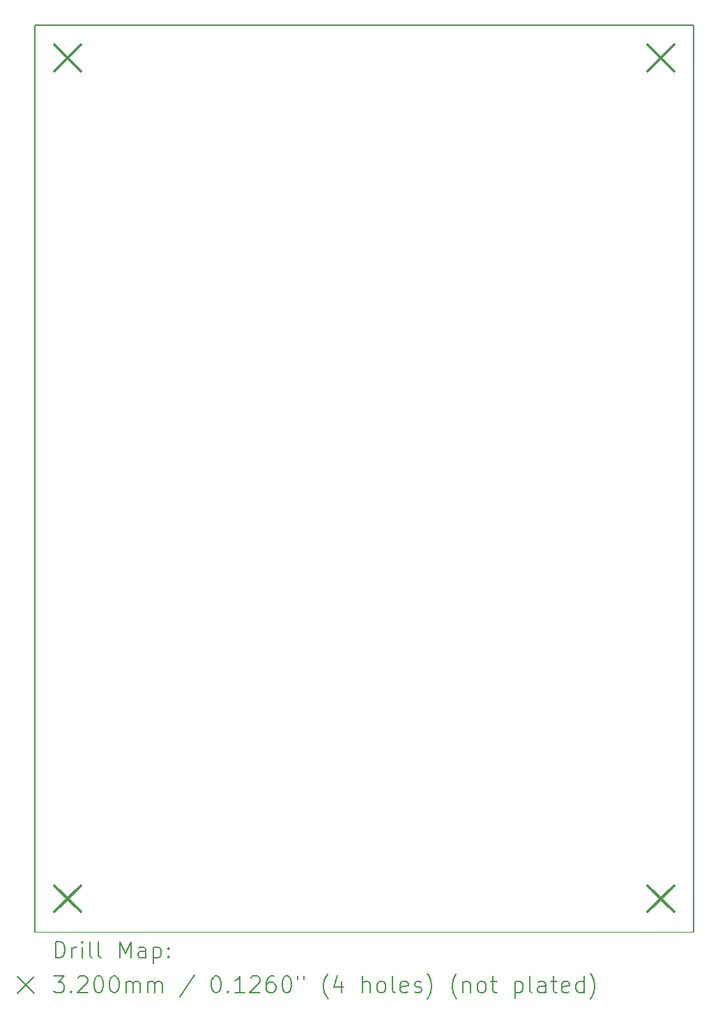
<source format=gbr>
%TF.GenerationSoftware,KiCad,Pcbnew,(6.0.7)*%
%TF.CreationDate,2023-05-03T18:52:40+01:00*%
%TF.ProjectId,beehive,62656568-6976-4652-9e6b-696361645f70,rev?*%
%TF.SameCoordinates,Original*%
%TF.FileFunction,Drillmap*%
%TF.FilePolarity,Positive*%
%FSLAX45Y45*%
G04 Gerber Fmt 4.5, Leading zero omitted, Abs format (unit mm)*
G04 Created by KiCad (PCBNEW (6.0.7)) date 2023-05-03 18:52:40*
%MOMM*%
%LPD*%
G01*
G04 APERTURE LIST*
%ADD10C,0.100000*%
%ADD11C,0.150000*%
%ADD12C,0.200000*%
%ADD13C,0.320000*%
G04 APERTURE END LIST*
D10*
X12700000Y-14050000D02*
X4700000Y-14050000D01*
D11*
X4700000Y-3050000D02*
X4700000Y-14050000D01*
X4700000Y-3050000D02*
X12700000Y-3050000D01*
X12700000Y-3050000D02*
X12700000Y-14050000D01*
D12*
D13*
X4940000Y-3290000D02*
X5260000Y-3610000D01*
X5260000Y-3290000D02*
X4940000Y-3610000D01*
X4940000Y-13490000D02*
X5260000Y-13810000D01*
X5260000Y-13490000D02*
X4940000Y-13810000D01*
X12140000Y-3290000D02*
X12460000Y-3610000D01*
X12460000Y-3290000D02*
X12140000Y-3610000D01*
X12140000Y-13490000D02*
X12460000Y-13810000D01*
X12460000Y-13490000D02*
X12140000Y-13810000D01*
D12*
X4950119Y-14367976D02*
X4950119Y-14167976D01*
X4997738Y-14167976D01*
X5026310Y-14177500D01*
X5045357Y-14196548D01*
X5054881Y-14215595D01*
X5064405Y-14253690D01*
X5064405Y-14282262D01*
X5054881Y-14320357D01*
X5045357Y-14339405D01*
X5026310Y-14358452D01*
X4997738Y-14367976D01*
X4950119Y-14367976D01*
X5150119Y-14367976D02*
X5150119Y-14234643D01*
X5150119Y-14272738D02*
X5159643Y-14253690D01*
X5169167Y-14244167D01*
X5188214Y-14234643D01*
X5207262Y-14234643D01*
X5273929Y-14367976D02*
X5273929Y-14234643D01*
X5273929Y-14167976D02*
X5264405Y-14177500D01*
X5273929Y-14187024D01*
X5283452Y-14177500D01*
X5273929Y-14167976D01*
X5273929Y-14187024D01*
X5397738Y-14367976D02*
X5378690Y-14358452D01*
X5369167Y-14339405D01*
X5369167Y-14167976D01*
X5502500Y-14367976D02*
X5483452Y-14358452D01*
X5473929Y-14339405D01*
X5473929Y-14167976D01*
X5731071Y-14367976D02*
X5731071Y-14167976D01*
X5797738Y-14310833D01*
X5864405Y-14167976D01*
X5864405Y-14367976D01*
X6045357Y-14367976D02*
X6045357Y-14263214D01*
X6035833Y-14244167D01*
X6016786Y-14234643D01*
X5978690Y-14234643D01*
X5959643Y-14244167D01*
X6045357Y-14358452D02*
X6026309Y-14367976D01*
X5978690Y-14367976D01*
X5959643Y-14358452D01*
X5950119Y-14339405D01*
X5950119Y-14320357D01*
X5959643Y-14301309D01*
X5978690Y-14291786D01*
X6026309Y-14291786D01*
X6045357Y-14282262D01*
X6140595Y-14234643D02*
X6140595Y-14434643D01*
X6140595Y-14244167D02*
X6159643Y-14234643D01*
X6197738Y-14234643D01*
X6216786Y-14244167D01*
X6226309Y-14253690D01*
X6235833Y-14272738D01*
X6235833Y-14329881D01*
X6226309Y-14348928D01*
X6216786Y-14358452D01*
X6197738Y-14367976D01*
X6159643Y-14367976D01*
X6140595Y-14358452D01*
X6321548Y-14348928D02*
X6331071Y-14358452D01*
X6321548Y-14367976D01*
X6312024Y-14358452D01*
X6321548Y-14348928D01*
X6321548Y-14367976D01*
X6321548Y-14244167D02*
X6331071Y-14253690D01*
X6321548Y-14263214D01*
X6312024Y-14253690D01*
X6321548Y-14244167D01*
X6321548Y-14263214D01*
X4492500Y-14597500D02*
X4692500Y-14797500D01*
X4692500Y-14597500D02*
X4492500Y-14797500D01*
X4931071Y-14587976D02*
X5054881Y-14587976D01*
X4988214Y-14664167D01*
X5016786Y-14664167D01*
X5035833Y-14673690D01*
X5045357Y-14683214D01*
X5054881Y-14702262D01*
X5054881Y-14749881D01*
X5045357Y-14768928D01*
X5035833Y-14778452D01*
X5016786Y-14787976D01*
X4959643Y-14787976D01*
X4940595Y-14778452D01*
X4931071Y-14768928D01*
X5140595Y-14768928D02*
X5150119Y-14778452D01*
X5140595Y-14787976D01*
X5131071Y-14778452D01*
X5140595Y-14768928D01*
X5140595Y-14787976D01*
X5226310Y-14607024D02*
X5235833Y-14597500D01*
X5254881Y-14587976D01*
X5302500Y-14587976D01*
X5321548Y-14597500D01*
X5331071Y-14607024D01*
X5340595Y-14626071D01*
X5340595Y-14645119D01*
X5331071Y-14673690D01*
X5216786Y-14787976D01*
X5340595Y-14787976D01*
X5464405Y-14587976D02*
X5483452Y-14587976D01*
X5502500Y-14597500D01*
X5512024Y-14607024D01*
X5521548Y-14626071D01*
X5531071Y-14664167D01*
X5531071Y-14711786D01*
X5521548Y-14749881D01*
X5512024Y-14768928D01*
X5502500Y-14778452D01*
X5483452Y-14787976D01*
X5464405Y-14787976D01*
X5445357Y-14778452D01*
X5435833Y-14768928D01*
X5426310Y-14749881D01*
X5416786Y-14711786D01*
X5416786Y-14664167D01*
X5426310Y-14626071D01*
X5435833Y-14607024D01*
X5445357Y-14597500D01*
X5464405Y-14587976D01*
X5654881Y-14587976D02*
X5673928Y-14587976D01*
X5692976Y-14597500D01*
X5702500Y-14607024D01*
X5712024Y-14626071D01*
X5721548Y-14664167D01*
X5721548Y-14711786D01*
X5712024Y-14749881D01*
X5702500Y-14768928D01*
X5692976Y-14778452D01*
X5673928Y-14787976D01*
X5654881Y-14787976D01*
X5635833Y-14778452D01*
X5626309Y-14768928D01*
X5616786Y-14749881D01*
X5607262Y-14711786D01*
X5607262Y-14664167D01*
X5616786Y-14626071D01*
X5626309Y-14607024D01*
X5635833Y-14597500D01*
X5654881Y-14587976D01*
X5807262Y-14787976D02*
X5807262Y-14654643D01*
X5807262Y-14673690D02*
X5816786Y-14664167D01*
X5835833Y-14654643D01*
X5864405Y-14654643D01*
X5883452Y-14664167D01*
X5892976Y-14683214D01*
X5892976Y-14787976D01*
X5892976Y-14683214D02*
X5902500Y-14664167D01*
X5921548Y-14654643D01*
X5950119Y-14654643D01*
X5969167Y-14664167D01*
X5978690Y-14683214D01*
X5978690Y-14787976D01*
X6073928Y-14787976D02*
X6073928Y-14654643D01*
X6073928Y-14673690D02*
X6083452Y-14664167D01*
X6102500Y-14654643D01*
X6131071Y-14654643D01*
X6150119Y-14664167D01*
X6159643Y-14683214D01*
X6159643Y-14787976D01*
X6159643Y-14683214D02*
X6169167Y-14664167D01*
X6188214Y-14654643D01*
X6216786Y-14654643D01*
X6235833Y-14664167D01*
X6245357Y-14683214D01*
X6245357Y-14787976D01*
X6635833Y-14578452D02*
X6464405Y-14835595D01*
X6892976Y-14587976D02*
X6912024Y-14587976D01*
X6931071Y-14597500D01*
X6940595Y-14607024D01*
X6950119Y-14626071D01*
X6959643Y-14664167D01*
X6959643Y-14711786D01*
X6950119Y-14749881D01*
X6940595Y-14768928D01*
X6931071Y-14778452D01*
X6912024Y-14787976D01*
X6892976Y-14787976D01*
X6873928Y-14778452D01*
X6864405Y-14768928D01*
X6854881Y-14749881D01*
X6845357Y-14711786D01*
X6845357Y-14664167D01*
X6854881Y-14626071D01*
X6864405Y-14607024D01*
X6873928Y-14597500D01*
X6892976Y-14587976D01*
X7045357Y-14768928D02*
X7054881Y-14778452D01*
X7045357Y-14787976D01*
X7035833Y-14778452D01*
X7045357Y-14768928D01*
X7045357Y-14787976D01*
X7245357Y-14787976D02*
X7131071Y-14787976D01*
X7188214Y-14787976D02*
X7188214Y-14587976D01*
X7169167Y-14616548D01*
X7150119Y-14635595D01*
X7131071Y-14645119D01*
X7321548Y-14607024D02*
X7331071Y-14597500D01*
X7350119Y-14587976D01*
X7397738Y-14587976D01*
X7416786Y-14597500D01*
X7426309Y-14607024D01*
X7435833Y-14626071D01*
X7435833Y-14645119D01*
X7426309Y-14673690D01*
X7312024Y-14787976D01*
X7435833Y-14787976D01*
X7607262Y-14587976D02*
X7569167Y-14587976D01*
X7550119Y-14597500D01*
X7540595Y-14607024D01*
X7521548Y-14635595D01*
X7512024Y-14673690D01*
X7512024Y-14749881D01*
X7521548Y-14768928D01*
X7531071Y-14778452D01*
X7550119Y-14787976D01*
X7588214Y-14787976D01*
X7607262Y-14778452D01*
X7616786Y-14768928D01*
X7626309Y-14749881D01*
X7626309Y-14702262D01*
X7616786Y-14683214D01*
X7607262Y-14673690D01*
X7588214Y-14664167D01*
X7550119Y-14664167D01*
X7531071Y-14673690D01*
X7521548Y-14683214D01*
X7512024Y-14702262D01*
X7750119Y-14587976D02*
X7769167Y-14587976D01*
X7788214Y-14597500D01*
X7797738Y-14607024D01*
X7807262Y-14626071D01*
X7816786Y-14664167D01*
X7816786Y-14711786D01*
X7807262Y-14749881D01*
X7797738Y-14768928D01*
X7788214Y-14778452D01*
X7769167Y-14787976D01*
X7750119Y-14787976D01*
X7731071Y-14778452D01*
X7721548Y-14768928D01*
X7712024Y-14749881D01*
X7702500Y-14711786D01*
X7702500Y-14664167D01*
X7712024Y-14626071D01*
X7721548Y-14607024D01*
X7731071Y-14597500D01*
X7750119Y-14587976D01*
X7892976Y-14587976D02*
X7892976Y-14626071D01*
X7969167Y-14587976D02*
X7969167Y-14626071D01*
X8264405Y-14864167D02*
X8254881Y-14854643D01*
X8235833Y-14826071D01*
X8226309Y-14807024D01*
X8216786Y-14778452D01*
X8207262Y-14730833D01*
X8207262Y-14692738D01*
X8216786Y-14645119D01*
X8226309Y-14616548D01*
X8235833Y-14597500D01*
X8254881Y-14568928D01*
X8264405Y-14559405D01*
X8426310Y-14654643D02*
X8426310Y-14787976D01*
X8378690Y-14578452D02*
X8331071Y-14721309D01*
X8454881Y-14721309D01*
X8683452Y-14787976D02*
X8683452Y-14587976D01*
X8769167Y-14787976D02*
X8769167Y-14683214D01*
X8759643Y-14664167D01*
X8740595Y-14654643D01*
X8712024Y-14654643D01*
X8692976Y-14664167D01*
X8683452Y-14673690D01*
X8892976Y-14787976D02*
X8873929Y-14778452D01*
X8864405Y-14768928D01*
X8854881Y-14749881D01*
X8854881Y-14692738D01*
X8864405Y-14673690D01*
X8873929Y-14664167D01*
X8892976Y-14654643D01*
X8921548Y-14654643D01*
X8940595Y-14664167D01*
X8950119Y-14673690D01*
X8959643Y-14692738D01*
X8959643Y-14749881D01*
X8950119Y-14768928D01*
X8940595Y-14778452D01*
X8921548Y-14787976D01*
X8892976Y-14787976D01*
X9073929Y-14787976D02*
X9054881Y-14778452D01*
X9045357Y-14759405D01*
X9045357Y-14587976D01*
X9226310Y-14778452D02*
X9207262Y-14787976D01*
X9169167Y-14787976D01*
X9150119Y-14778452D01*
X9140595Y-14759405D01*
X9140595Y-14683214D01*
X9150119Y-14664167D01*
X9169167Y-14654643D01*
X9207262Y-14654643D01*
X9226310Y-14664167D01*
X9235833Y-14683214D01*
X9235833Y-14702262D01*
X9140595Y-14721309D01*
X9312024Y-14778452D02*
X9331071Y-14787976D01*
X9369167Y-14787976D01*
X9388214Y-14778452D01*
X9397738Y-14759405D01*
X9397738Y-14749881D01*
X9388214Y-14730833D01*
X9369167Y-14721309D01*
X9340595Y-14721309D01*
X9321548Y-14711786D01*
X9312024Y-14692738D01*
X9312024Y-14683214D01*
X9321548Y-14664167D01*
X9340595Y-14654643D01*
X9369167Y-14654643D01*
X9388214Y-14664167D01*
X9464405Y-14864167D02*
X9473929Y-14854643D01*
X9492976Y-14826071D01*
X9502500Y-14807024D01*
X9512024Y-14778452D01*
X9521548Y-14730833D01*
X9521548Y-14692738D01*
X9512024Y-14645119D01*
X9502500Y-14616548D01*
X9492976Y-14597500D01*
X9473929Y-14568928D01*
X9464405Y-14559405D01*
X9826310Y-14864167D02*
X9816786Y-14854643D01*
X9797738Y-14826071D01*
X9788214Y-14807024D01*
X9778690Y-14778452D01*
X9769167Y-14730833D01*
X9769167Y-14692738D01*
X9778690Y-14645119D01*
X9788214Y-14616548D01*
X9797738Y-14597500D01*
X9816786Y-14568928D01*
X9826310Y-14559405D01*
X9902500Y-14654643D02*
X9902500Y-14787976D01*
X9902500Y-14673690D02*
X9912024Y-14664167D01*
X9931071Y-14654643D01*
X9959643Y-14654643D01*
X9978690Y-14664167D01*
X9988214Y-14683214D01*
X9988214Y-14787976D01*
X10112024Y-14787976D02*
X10092976Y-14778452D01*
X10083452Y-14768928D01*
X10073929Y-14749881D01*
X10073929Y-14692738D01*
X10083452Y-14673690D01*
X10092976Y-14664167D01*
X10112024Y-14654643D01*
X10140595Y-14654643D01*
X10159643Y-14664167D01*
X10169167Y-14673690D01*
X10178690Y-14692738D01*
X10178690Y-14749881D01*
X10169167Y-14768928D01*
X10159643Y-14778452D01*
X10140595Y-14787976D01*
X10112024Y-14787976D01*
X10235833Y-14654643D02*
X10312024Y-14654643D01*
X10264405Y-14587976D02*
X10264405Y-14759405D01*
X10273929Y-14778452D01*
X10292976Y-14787976D01*
X10312024Y-14787976D01*
X10531071Y-14654643D02*
X10531071Y-14854643D01*
X10531071Y-14664167D02*
X10550119Y-14654643D01*
X10588214Y-14654643D01*
X10607262Y-14664167D01*
X10616786Y-14673690D01*
X10626310Y-14692738D01*
X10626310Y-14749881D01*
X10616786Y-14768928D01*
X10607262Y-14778452D01*
X10588214Y-14787976D01*
X10550119Y-14787976D01*
X10531071Y-14778452D01*
X10740595Y-14787976D02*
X10721548Y-14778452D01*
X10712024Y-14759405D01*
X10712024Y-14587976D01*
X10902500Y-14787976D02*
X10902500Y-14683214D01*
X10892976Y-14664167D01*
X10873929Y-14654643D01*
X10835833Y-14654643D01*
X10816786Y-14664167D01*
X10902500Y-14778452D02*
X10883452Y-14787976D01*
X10835833Y-14787976D01*
X10816786Y-14778452D01*
X10807262Y-14759405D01*
X10807262Y-14740357D01*
X10816786Y-14721309D01*
X10835833Y-14711786D01*
X10883452Y-14711786D01*
X10902500Y-14702262D01*
X10969167Y-14654643D02*
X11045357Y-14654643D01*
X10997738Y-14587976D02*
X10997738Y-14759405D01*
X11007262Y-14778452D01*
X11026310Y-14787976D01*
X11045357Y-14787976D01*
X11188214Y-14778452D02*
X11169167Y-14787976D01*
X11131071Y-14787976D01*
X11112024Y-14778452D01*
X11102500Y-14759405D01*
X11102500Y-14683214D01*
X11112024Y-14664167D01*
X11131071Y-14654643D01*
X11169167Y-14654643D01*
X11188214Y-14664167D01*
X11197738Y-14683214D01*
X11197738Y-14702262D01*
X11102500Y-14721309D01*
X11369167Y-14787976D02*
X11369167Y-14587976D01*
X11369167Y-14778452D02*
X11350119Y-14787976D01*
X11312024Y-14787976D01*
X11292976Y-14778452D01*
X11283452Y-14768928D01*
X11273928Y-14749881D01*
X11273928Y-14692738D01*
X11283452Y-14673690D01*
X11292976Y-14664167D01*
X11312024Y-14654643D01*
X11350119Y-14654643D01*
X11369167Y-14664167D01*
X11445357Y-14864167D02*
X11454881Y-14854643D01*
X11473928Y-14826071D01*
X11483452Y-14807024D01*
X11492976Y-14778452D01*
X11502500Y-14730833D01*
X11502500Y-14692738D01*
X11492976Y-14645119D01*
X11483452Y-14616548D01*
X11473928Y-14597500D01*
X11454881Y-14568928D01*
X11445357Y-14559405D01*
M02*

</source>
